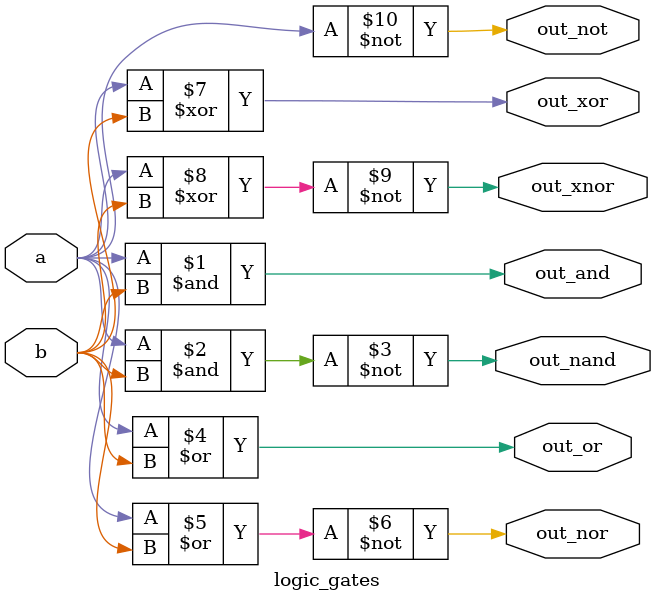
<source format=v>
`timescale 1ns / 1ps


module logic_gates(a,b,out_not,out_and,out_nand,out_or,out_nor,out_xor,out_xnor);
input a,b;
output out_not,out_and,out_nand,out_or,out_nor,out_xor,out_xnor;
    not(out_not,a);
    and(out_and,a,b);
    nand(out_nand,a,b);
    or(out_or,a,b);
    nor(out_nor,a,b);
    xor(out_xor,a,b);
    xnor(out_xnor,a,b);
endmodule

</source>
